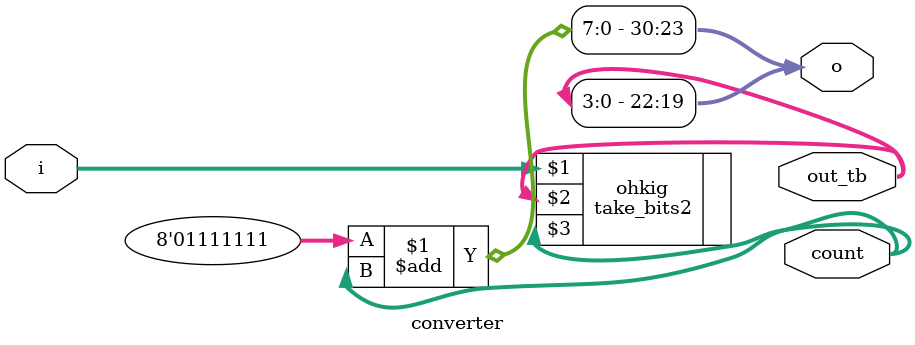
<source format=v>
module converter (i, o, out_tb, count);
output [3:0] out_tb;
output [2:0] count;
input [4:0] i;
output [31:0] o;
wire [2:0] count;

wire [3:0] out_tb;
take_bits2 ohkig (i,out_tb, count);
assign o[22:19] = out_tb;
assign o[30:23] = 8'd127 + count;
endmodule
</source>
